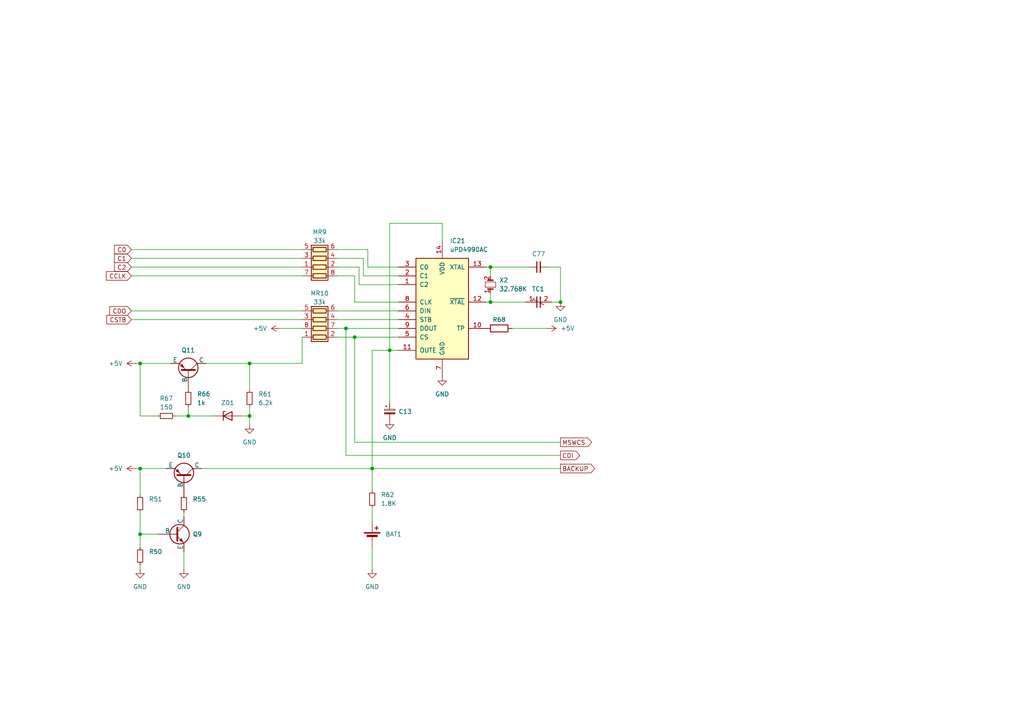
<source format=kicad_sch>
(kicad_sch (version 20230121) (generator eeschema)

  (uuid 02314a9a-03db-4d27-8666-104f4f6edd3b)

  (paper "A4")

  (lib_symbols
    (symbol "88va_Library:Q_NPN" (pin_numbers hide) (pin_names (offset 0)) (in_bom yes) (on_board yes)
      (property "Reference" "Q" (at 5.08 1.27 0)
        (effects (font (size 1.27 1.27)) (justify left))
      )
      (property "Value" "Q_NPN" (at 5.08 -1.27 0)
        (effects (font (size 1.27 1.27)) (justify left) hide)
      )
      (property "Footprint" "" (at 5.08 2.54 0)
        (effects (font (size 1.27 1.27)) hide)
      )
      (property "Datasheet" "~" (at 0 0 0)
        (effects (font (size 1.27 1.27)) hide)
      )
      (property "ki_keywords" "transistor NPN" (at 0 0 0)
        (effects (font (size 1.27 1.27)) hide)
      )
      (property "ki_description" "NPN transistor" (at 0 0 0)
        (effects (font (size 1.27 1.27)) hide)
      )
      (symbol "Q_NPN_0_1"
        (polyline
          (pts
            (xy 0.635 0.635)
            (xy 2.54 2.54)
          )
          (stroke (width 0) (type default))
          (fill (type none))
        )
        (polyline
          (pts
            (xy 0.635 -0.635)
            (xy 2.54 -2.54)
            (xy 2.54 -2.54)
          )
          (stroke (width 0) (type default))
          (fill (type none))
        )
        (polyline
          (pts
            (xy 0.635 1.905)
            (xy 0.635 -1.905)
            (xy 0.635 -1.905)
          )
          (stroke (width 0.508) (type default))
          (fill (type none))
        )
        (polyline
          (pts
            (xy 1.27 -1.778)
            (xy 1.778 -1.27)
            (xy 2.286 -2.286)
            (xy 1.27 -1.778)
            (xy 1.27 -1.778)
          )
          (stroke (width 0) (type default))
          (fill (type outline))
        )
        (circle (center 1.27 0) (radius 2.8194)
          (stroke (width 0.254) (type default))
          (fill (type none))
        )
      )
      (symbol "Q_NPN_1_1"
        (pin input line (at -5.08 0 0) (length 5.715)
          (name "B" (effects (font (size 1.27 1.27))))
          (number "1" (effects (font (size 1.27 1.27))))
        )
        (pin passive line (at 2.54 -5.08 90) (length 2.54)
          (name "E" (effects (font (size 1.27 1.27))))
          (number "2" (effects (font (size 1.27 1.27))))
        )
        (pin passive line (at 2.54 5.08 270) (length 2.54)
          (name "C" (effects (font (size 1.27 1.27))))
          (number "3" (effects (font (size 1.27 1.27))))
        )
      )
    )
    (symbol "88va_Library:Q_PNP" (pin_numbers hide) (pin_names (offset 0)) (in_bom yes) (on_board yes)
      (property "Reference" "Q" (at 5.08 1.27 0)
        (effects (font (size 1.27 1.27)) (justify left))
      )
      (property "Value" "Q_PNP" (at 5.08 -1.27 0)
        (effects (font (size 1.27 1.27)) (justify left) hide)
      )
      (property "Footprint" "" (at 5.08 2.54 0)
        (effects (font (size 1.27 1.27)) hide)
      )
      (property "Datasheet" "~" (at 0 0 0)
        (effects (font (size 1.27 1.27)) hide)
      )
      (property "ki_keywords" "transistor PNP" (at 0 0 0)
        (effects (font (size 1.27 1.27)) hide)
      )
      (property "ki_description" "PNP transistor" (at 0 0 0)
        (effects (font (size 1.27 1.27)) hide)
      )
      (symbol "Q_PNP_0_1"
        (polyline
          (pts
            (xy 0.635 0.635)
            (xy 2.54 2.54)
          )
          (stroke (width 0) (type default))
          (fill (type none))
        )
        (polyline
          (pts
            (xy 0.635 -0.635)
            (xy 2.54 -2.54)
            (xy 2.54 -2.54)
          )
          (stroke (width 0) (type default))
          (fill (type none))
        )
        (polyline
          (pts
            (xy 0.635 1.905)
            (xy 0.635 -1.905)
            (xy 0.635 -1.905)
          )
          (stroke (width 0.508) (type default))
          (fill (type none))
        )
        (polyline
          (pts
            (xy 2.286 -1.778)
            (xy 1.778 -2.286)
            (xy 1.27 -1.27)
            (xy 2.286 -1.778)
            (xy 2.286 -1.778)
          )
          (stroke (width 0) (type default))
          (fill (type outline))
        )
        (circle (center 1.27 0) (radius 2.8194)
          (stroke (width 0.254) (type default))
          (fill (type none))
        )
      )
      (symbol "Q_PNP_1_1"
        (pin input line (at -5.08 0 0) (length 5.715)
          (name "B" (effects (font (size 1.27 1.27))))
          (number "1" (effects (font (size 1.27 1.27))))
        )
        (pin passive line (at 2.54 -5.08 90) (length 2.54)
          (name "E" (effects (font (size 1.27 1.27))))
          (number "2" (effects (font (size 1.27 1.27))))
        )
        (pin passive line (at 2.54 5.08 270) (length 2.54)
          (name "C" (effects (font (size 1.27 1.27))))
          (number "3" (effects (font (size 1.27 1.27))))
        )
      )
    )
    (symbol "88va_Library:R_Pack04" (pin_names (offset 0.002) hide) (in_bom yes) (on_board yes)
      (property "Reference" "MR10" (at 0 8.89 0)
        (effects (font (size 1.27 1.27)))
      )
      (property "Value" "33k" (at 0 6.35 0)
        (effects (font (size 1.27 1.27)))
      )
      (property "Footprint" "Resistor_THT:R_Array_SIP8" (at -0.635 -7.62 0)
        (effects (font (size 1.27 1.27)) hide)
      )
      (property "Datasheet" "~" (at -0.635 -0.635 90)
        (effects (font (size 1.27 1.27)) hide)
      )
      (property "ki_keywords" "R network parallel topology isolated" (at 0 0 0)
        (effects (font (size 1.27 1.27)) hide)
      )
      (property "ki_description" "4 resistor network, parallel topology" (at 0 0 0)
        (effects (font (size 1.27 1.27)) hide)
      )
      (property "ki_fp_filters" "DIP* SOIC* R*Array*Concave* R*Array*Convex*" (at 0 0 0)
        (effects (font (size 1.27 1.27)) hide)
      )
      (symbol "R_Pack04_0_1"
        (rectangle (start -2.413 5.08) (end 2.413 -5.08)
          (stroke (width 0.254) (type default))
          (fill (type background))
        )
        (polyline
          (pts
            (xy -2.54 -3.81)
            (xy -1.905 -3.81)
          )
          (stroke (width 0) (type default))
          (fill (type none))
        )
        (polyline
          (pts
            (xy -2.54 -1.27)
            (xy -1.905 -1.27)
          )
          (stroke (width 0) (type default))
          (fill (type none))
        )
        (polyline
          (pts
            (xy -2.54 1.27)
            (xy -1.905 1.27)
          )
          (stroke (width 0) (type default))
          (fill (type none))
        )
        (polyline
          (pts
            (xy -2.54 3.81)
            (xy -1.905 3.81)
          )
          (stroke (width 0) (type default))
          (fill (type none))
        )
        (polyline
          (pts
            (xy 1.905 -3.81)
            (xy 2.54 -3.81)
          )
          (stroke (width 0) (type default))
          (fill (type none))
        )
        (polyline
          (pts
            (xy 1.905 -1.27)
            (xy 2.54 -1.27)
          )
          (stroke (width 0) (type default))
          (fill (type none))
        )
        (polyline
          (pts
            (xy 1.905 1.27)
            (xy 2.54 1.27)
          )
          (stroke (width 0) (type default))
          (fill (type none))
        )
        (polyline
          (pts
            (xy 1.905 3.81)
            (xy 2.54 3.81)
          )
          (stroke (width 0) (type default))
          (fill (type none))
        )
        (rectangle (start 1.905 -3.175) (end -1.905 -4.445)
          (stroke (width 0.254) (type default))
          (fill (type none))
        )
        (rectangle (start 1.905 -0.635) (end -1.905 -1.905)
          (stroke (width 0.254) (type default))
          (fill (type none))
        )
        (rectangle (start 1.905 1.905) (end -1.905 0.635)
          (stroke (width 0.254) (type default))
          (fill (type none))
        )
        (rectangle (start 1.905 4.445) (end -1.905 3.175)
          (stroke (width 0.254) (type default))
          (fill (type none))
        )
      )
      (symbol "R_Pack04_1_1"
        (pin passive line (at -5.08 -3.81 0) (length 2.54)
          (name "R4.1" (effects (font (size 1.27 1.27))))
          (number "1" (effects (font (size 1.27 1.27))))
        )
        (pin passive line (at 5.08 -3.81 180) (length 2.54)
          (name "R4.2" (effects (font (size 1.27 1.27))))
          (number "2" (effects (font (size 1.27 1.27))))
        )
        (pin passive line (at -5.08 1.27 0) (length 2.54)
          (name "R2.1" (effects (font (size 1.27 1.27))))
          (number "3" (effects (font (size 1.27 1.27))))
        )
        (pin passive line (at 5.08 1.27 180) (length 2.54)
          (name "R2.2" (effects (font (size 1.27 1.27))))
          (number "4" (effects (font (size 1.27 1.27))))
        )
        (pin passive line (at -5.08 3.81 0) (length 2.54)
          (name "R1.1" (effects (font (size 1.27 1.27))))
          (number "5" (effects (font (size 1.27 1.27))))
        )
        (pin passive line (at 5.08 3.81 180) (length 2.54)
          (name "R1.2" (effects (font (size 1.27 1.27))))
          (number "6" (effects (font (size 1.27 1.27))))
        )
        (pin passive line (at 5.08 -1.27 180) (length 2.54)
          (name "R3.2" (effects (font (size 1.27 1.27))))
          (number "7" (effects (font (size 1.27 1.27))))
        )
        (pin passive line (at -5.08 -1.27 0) (length 2.54)
          (name "R3.1" (effects (font (size 1.27 1.27))))
          (number "8" (effects (font (size 1.27 1.27))))
        )
      )
    )
    (symbol "88va_Library:uPD4990AC" (pin_names (offset 1.016)) (in_bom yes) (on_board yes)
      (property "Reference" "IC" (at -7.62 13.97 0)
        (effects (font (size 1.27 1.27)))
      )
      (property "Value" "uPD4990AC" (at -8.89 -19.05 0)
        (effects (font (size 1.27 1.27)))
      )
      (property "Footprint" "Package_DIP:DIP-14_W7.62mm" (at 0 0 0)
        (effects (font (size 1.27 1.27)) hide)
      )
      (property "Datasheet" "https://www.alldatasheet.com/datasheet-pdf/view/1696153/RENESAS/UPD4990AC.html" (at -1.27 -29.21 0)
        (effects (font (size 1.27 1.27)) hide)
      )
      (property "ki_description" "SERIAL  I/O  CALENDAR & CLOCK" (at 0 0 0)
        (effects (font (size 1.27 1.27)) hide)
      )
      (property "ki_fp_filters" "DIP?16*" (at 0 0 0)
        (effects (font (size 1.27 1.27)) hide)
      )
      (symbol "uPD4990AC_1_0"
        (pin input line (at -12.7 5.08 0) (length 5.08)
          (name "C2" (effects (font (size 1.27 1.27))))
          (number "1" (effects (font (size 1.27 1.27))))
        )
        (pin output line (at 12.7 -7.62 180) (length 5.08)
          (name "TP" (effects (font (size 1.27 1.27))))
          (number "10" (effects (font (size 1.27 1.27))))
        )
        (pin input line (at -12.7 -13.97 0) (length 5.08)
          (name "OUTE" (effects (font (size 1.27 1.27))))
          (number "11" (effects (font (size 1.27 1.27))))
        )
        (pin output line (at 12.7 0 180) (length 5.08)
          (name "~{XTAL}" (effects (font (size 1.27 1.27))))
          (number "12" (effects (font (size 1.27 1.27))))
        )
        (pin output line (at 12.7 10.16 180) (length 5.08)
          (name "XTAL" (effects (font (size 1.27 1.27))))
          (number "13" (effects (font (size 1.27 1.27))))
        )
        (pin power_in line (at 0 17.78 270) (length 5.08)
          (name "VDD" (effects (font (size 1.27 1.27))))
          (number "14" (effects (font (size 1.27 1.27))))
        )
        (pin input line (at -12.7 7.62 0) (length 5.08)
          (name "C1" (effects (font (size 1.27 1.27))))
          (number "2" (effects (font (size 1.27 1.27))))
        )
        (pin input line (at -12.7 10.16 0) (length 5.08)
          (name "C0" (effects (font (size 1.27 1.27))))
          (number "3" (effects (font (size 1.27 1.27))))
        )
        (pin input line (at -12.7 -5.08 0) (length 5.08)
          (name "STB" (effects (font (size 1.27 1.27))))
          (number "4" (effects (font (size 1.27 1.27))))
        )
        (pin input line (at -12.7 -10.16 0) (length 5.08)
          (name "CS" (effects (font (size 1.27 1.27))))
          (number "5" (effects (font (size 1.27 1.27))))
        )
        (pin input line (at -12.7 -2.54 0) (length 5.08)
          (name "DIN" (effects (font (size 1.27 1.27))))
          (number "6" (effects (font (size 1.27 1.27))))
        )
        (pin power_in line (at 0 -21.59 90) (length 5.08)
          (name "GND" (effects (font (size 1.27 1.27))))
          (number "7" (effects (font (size 1.27 1.27))))
        )
        (pin input line (at -12.7 0 0) (length 5.08)
          (name "CLK" (effects (font (size 1.27 1.27))))
          (number "8" (effects (font (size 1.27 1.27))))
        )
        (pin input line (at -12.7 -7.62 0) (length 5.08)
          (name "DOUT" (effects (font (size 1.27 1.27))))
          (number "9" (effects (font (size 1.27 1.27))))
        )
      )
      (symbol "uPD4990AC_1_1"
        (rectangle (start -7.62 12.7) (end 7.62 -16.51)
          (stroke (width 0.254) (type default))
          (fill (type background))
        )
      )
    )
    (symbol "Device:Battery_Cell" (pin_numbers hide) (pin_names (offset 0) hide) (in_bom yes) (on_board yes)
      (property "Reference" "BT" (at 2.54 2.54 0)
        (effects (font (size 1.27 1.27)) (justify left))
      )
      (property "Value" "Battery_Cell" (at 2.54 0 0)
        (effects (font (size 1.27 1.27)) (justify left))
      )
      (property "Footprint" "" (at 0 1.524 90)
        (effects (font (size 1.27 1.27)) hide)
      )
      (property "Datasheet" "~" (at 0 1.524 90)
        (effects (font (size 1.27 1.27)) hide)
      )
      (property "ki_keywords" "battery cell" (at 0 0 0)
        (effects (font (size 1.27 1.27)) hide)
      )
      (property "ki_description" "Single-cell battery" (at 0 0 0)
        (effects (font (size 1.27 1.27)) hide)
      )
      (symbol "Battery_Cell_0_1"
        (rectangle (start -2.286 1.778) (end 2.286 1.524)
          (stroke (width 0) (type default))
          (fill (type outline))
        )
        (rectangle (start -1.524 1.016) (end 1.524 0.508)
          (stroke (width 0) (type default))
          (fill (type outline))
        )
        (polyline
          (pts
            (xy 0 0.762)
            (xy 0 0)
          )
          (stroke (width 0) (type default))
          (fill (type none))
        )
        (polyline
          (pts
            (xy 0 1.778)
            (xy 0 2.54)
          )
          (stroke (width 0) (type default))
          (fill (type none))
        )
        (polyline
          (pts
            (xy 0.762 3.048)
            (xy 1.778 3.048)
          )
          (stroke (width 0.254) (type default))
          (fill (type none))
        )
        (polyline
          (pts
            (xy 1.27 3.556)
            (xy 1.27 2.54)
          )
          (stroke (width 0.254) (type default))
          (fill (type none))
        )
      )
      (symbol "Battery_Cell_1_1"
        (pin passive line (at 0 5.08 270) (length 2.54)
          (name "+" (effects (font (size 1.27 1.27))))
          (number "1" (effects (font (size 1.27 1.27))))
        )
        (pin passive line (at 0 -2.54 90) (length 2.54)
          (name "-" (effects (font (size 1.27 1.27))))
          (number "2" (effects (font (size 1.27 1.27))))
        )
      )
    )
    (symbol "Device:C_Polarized_Small" (pin_numbers hide) (pin_names (offset 0.254) hide) (in_bom yes) (on_board yes)
      (property "Reference" "C" (at 0.254 1.778 0)
        (effects (font (size 1.27 1.27)) (justify left))
      )
      (property "Value" "C_Polarized_Small" (at 0.254 -2.032 0)
        (effects (font (size 1.27 1.27)) (justify left))
      )
      (property "Footprint" "" (at 0 0 0)
        (effects (font (size 1.27 1.27)) hide)
      )
      (property "Datasheet" "~" (at 0 0 0)
        (effects (font (size 1.27 1.27)) hide)
      )
      (property "ki_keywords" "cap capacitor" (at 0 0 0)
        (effects (font (size 1.27 1.27)) hide)
      )
      (property "ki_description" "Polarized capacitor, small symbol" (at 0 0 0)
        (effects (font (size 1.27 1.27)) hide)
      )
      (property "ki_fp_filters" "CP_*" (at 0 0 0)
        (effects (font (size 1.27 1.27)) hide)
      )
      (symbol "C_Polarized_Small_0_1"
        (rectangle (start -1.524 -0.3048) (end 1.524 -0.6858)
          (stroke (width 0) (type default))
          (fill (type outline))
        )
        (rectangle (start -1.524 0.6858) (end 1.524 0.3048)
          (stroke (width 0) (type default))
          (fill (type none))
        )
        (polyline
          (pts
            (xy -1.27 1.524)
            (xy -0.762 1.524)
          )
          (stroke (width 0) (type default))
          (fill (type none))
        )
        (polyline
          (pts
            (xy -1.016 1.27)
            (xy -1.016 1.778)
          )
          (stroke (width 0) (type default))
          (fill (type none))
        )
      )
      (symbol "C_Polarized_Small_1_1"
        (pin passive line (at 0 2.54 270) (length 1.8542)
          (name "~" (effects (font (size 1.27 1.27))))
          (number "1" (effects (font (size 1.27 1.27))))
        )
        (pin passive line (at 0 -2.54 90) (length 1.8542)
          (name "~" (effects (font (size 1.27 1.27))))
          (number "2" (effects (font (size 1.27 1.27))))
        )
      )
    )
    (symbol "Device:C_Small" (pin_numbers hide) (pin_names (offset 0.254) hide) (in_bom yes) (on_board yes)
      (property "Reference" "C" (at 0.254 1.778 0)
        (effects (font (size 1.27 1.27)) (justify left))
      )
      (property "Value" "C_Small" (at 0.254 -2.032 0)
        (effects (font (size 1.27 1.27)) (justify left))
      )
      (property "Footprint" "" (at 0 0 0)
        (effects (font (size 1.27 1.27)) hide)
      )
      (property "Datasheet" "~" (at 0 0 0)
        (effects (font (size 1.27 1.27)) hide)
      )
      (property "ki_keywords" "capacitor cap" (at 0 0 0)
        (effects (font (size 1.27 1.27)) hide)
      )
      (property "ki_description" "Unpolarized capacitor, small symbol" (at 0 0 0)
        (effects (font (size 1.27 1.27)) hide)
      )
      (property "ki_fp_filters" "C_*" (at 0 0 0)
        (effects (font (size 1.27 1.27)) hide)
      )
      (symbol "C_Small_0_1"
        (polyline
          (pts
            (xy -1.524 -0.508)
            (xy 1.524 -0.508)
          )
          (stroke (width 0.3302) (type default))
          (fill (type none))
        )
        (polyline
          (pts
            (xy -1.524 0.508)
            (xy 1.524 0.508)
          )
          (stroke (width 0.3048) (type default))
          (fill (type none))
        )
      )
      (symbol "C_Small_1_1"
        (pin passive line (at 0 2.54 270) (length 2.032)
          (name "~" (effects (font (size 1.27 1.27))))
          (number "1" (effects (font (size 1.27 1.27))))
        )
        (pin passive line (at 0 -2.54 90) (length 2.032)
          (name "~" (effects (font (size 1.27 1.27))))
          (number "2" (effects (font (size 1.27 1.27))))
        )
      )
    )
    (symbol "Device:C_Trim_Small" (pin_names (offset 0.254) hide) (in_bom yes) (on_board yes)
      (property "Reference" "TC1" (at 3.81 0.127 90)
        (effects (font (size 1.27 1.27)))
      )
      (property "Value" "C_Trim_Small" (at 3.81 0.127 90)
        (effects (font (size 1.27 1.27)) hide)
      )
      (property "Footprint" "" (at 0 0 0)
        (effects (font (size 1.27 1.27)) hide)
      )
      (property "Datasheet" "~" (at 0 0 0)
        (effects (font (size 1.27 1.27)) hide)
      )
      (property "ki_keywords" "trimmer variable capacitor" (at 0 0 0)
        (effects (font (size 1.27 1.27)) hide)
      )
      (property "ki_description" "Trimmable capacitor, small symbol" (at 0 0 0)
        (effects (font (size 1.27 1.27)) hide)
      )
      (property "ki_fp_filters" "C_*" (at 0 0 0)
        (effects (font (size 1.27 1.27)) hide)
      )
      (symbol "C_Trim_Small_0_1"
        (polyline
          (pts
            (xy -1.524 -0.508)
            (xy 1.524 -0.508)
          )
          (stroke (width 0.3048) (type default))
          (fill (type none))
        )
        (polyline
          (pts
            (xy -1.524 0.508)
            (xy 1.524 0.508)
          )
          (stroke (width 0.3048) (type default))
          (fill (type none))
        )
        (polyline
          (pts
            (xy 0.762 1.524)
            (xy -0.762 -1.524)
          )
          (stroke (width 0.1778) (type default))
          (fill (type none))
        )
        (polyline
          (pts
            (xy 1.27 1.27)
            (xy 0.381 1.778)
          )
          (stroke (width 0.1778) (type default))
          (fill (type none))
        )
      )
      (symbol "C_Trim_Small_1_1"
        (pin passive line (at 0 3.81 270) (length 3.302)
          (name "~" (effects (font (size 1.27 1.27))))
          (number "1" (effects (font (size 1.27 1.27))))
        )
        (pin passive line (at 0 -3.81 90) (length 3.302)
          (name "~" (effects (font (size 1.27 1.27))))
          (number "2" (effects (font (size 1.27 1.27))))
        )
      )
    )
    (symbol "Device:Crystal_Small" (pin_names (offset 1.016) hide) (in_bom yes) (on_board yes)
      (property "Reference" "Y" (at 0 2.54 0)
        (effects (font (size 1.27 1.27)))
      )
      (property "Value" "Crystal_Small" (at 0 -2.54 0)
        (effects (font (size 1.27 1.27)))
      )
      (property "Footprint" "" (at 0 0 0)
        (effects (font (size 1.27 1.27)) hide)
      )
      (property "Datasheet" "~" (at 0 0 0)
        (effects (font (size 1.27 1.27)) hide)
      )
      (property "ki_keywords" "quartz ceramic resonator oscillator" (at 0 0 0)
        (effects (font (size 1.27 1.27)) hide)
      )
      (property "ki_description" "Two pin crystal, small symbol" (at 0 0 0)
        (effects (font (size 1.27 1.27)) hide)
      )
      (property "ki_fp_filters" "Crystal*" (at 0 0 0)
        (effects (font (size 1.27 1.27)) hide)
      )
      (symbol "Crystal_Small_0_1"
        (rectangle (start -0.762 -1.524) (end 0.762 1.524)
          (stroke (width 0) (type default))
          (fill (type none))
        )
        (polyline
          (pts
            (xy -1.27 -0.762)
            (xy -1.27 0.762)
          )
          (stroke (width 0.381) (type default))
          (fill (type none))
        )
        (polyline
          (pts
            (xy 1.27 -0.762)
            (xy 1.27 0.762)
          )
          (stroke (width 0.381) (type default))
          (fill (type none))
        )
      )
      (symbol "Crystal_Small_1_1"
        (pin passive line (at -2.54 0 0) (length 1.27)
          (name "1" (effects (font (size 1.27 1.27))))
          (number "1" (effects (font (size 1.27 1.27))))
        )
        (pin passive line (at 2.54 0 180) (length 1.27)
          (name "2" (effects (font (size 1.27 1.27))))
          (number "2" (effects (font (size 1.27 1.27))))
        )
      )
    )
    (symbol "Device:D_Zener" (pin_numbers hide) (pin_names (offset 1.016) hide) (in_bom yes) (on_board yes)
      (property "Reference" "D" (at 0 2.54 0)
        (effects (font (size 1.27 1.27)))
      )
      (property "Value" "D_Zener" (at 0 -2.54 0)
        (effects (font (size 1.27 1.27)))
      )
      (property "Footprint" "" (at 0 0 0)
        (effects (font (size 1.27 1.27)) hide)
      )
      (property "Datasheet" "~" (at 0 0 0)
        (effects (font (size 1.27 1.27)) hide)
      )
      (property "ki_keywords" "diode" (at 0 0 0)
        (effects (font (size 1.27 1.27)) hide)
      )
      (property "ki_description" "Zener diode" (at 0 0 0)
        (effects (font (size 1.27 1.27)) hide)
      )
      (property "ki_fp_filters" "TO-???* *_Diode_* *SingleDiode* D_*" (at 0 0 0)
        (effects (font (size 1.27 1.27)) hide)
      )
      (symbol "D_Zener_0_1"
        (polyline
          (pts
            (xy 1.27 0)
            (xy -1.27 0)
          )
          (stroke (width 0) (type default))
          (fill (type none))
        )
        (polyline
          (pts
            (xy -1.27 -1.27)
            (xy -1.27 1.27)
            (xy -0.762 1.27)
          )
          (stroke (width 0.254) (type default))
          (fill (type none))
        )
        (polyline
          (pts
            (xy 1.27 -1.27)
            (xy 1.27 1.27)
            (xy -1.27 0)
            (xy 1.27 -1.27)
          )
          (stroke (width 0.254) (type default))
          (fill (type none))
        )
      )
      (symbol "D_Zener_1_1"
        (pin passive line (at -3.81 0 0) (length 2.54)
          (name "K" (effects (font (size 1.27 1.27))))
          (number "1" (effects (font (size 1.27 1.27))))
        )
        (pin passive line (at 3.81 0 180) (length 2.54)
          (name "A" (effects (font (size 1.27 1.27))))
          (number "2" (effects (font (size 1.27 1.27))))
        )
      )
    )
    (symbol "Device:R" (pin_numbers hide) (pin_names (offset 0)) (in_bom yes) (on_board yes)
      (property "Reference" "R" (at 2.032 0 90)
        (effects (font (size 1.27 1.27)))
      )
      (property "Value" "R" (at 0 0 90)
        (effects (font (size 1.27 1.27)))
      )
      (property "Footprint" "" (at -1.778 0 90)
        (effects (font (size 1.27 1.27)) hide)
      )
      (property "Datasheet" "~" (at 0 0 0)
        (effects (font (size 1.27 1.27)) hide)
      )
      (property "ki_keywords" "R res resistor" (at 0 0 0)
        (effects (font (size 1.27 1.27)) hide)
      )
      (property "ki_description" "Resistor" (at 0 0 0)
        (effects (font (size 1.27 1.27)) hide)
      )
      (property "ki_fp_filters" "R_*" (at 0 0 0)
        (effects (font (size 1.27 1.27)) hide)
      )
      (symbol "R_0_1"
        (rectangle (start -1.016 -2.54) (end 1.016 2.54)
          (stroke (width 0.254) (type default))
          (fill (type none))
        )
      )
      (symbol "R_1_1"
        (pin passive line (at 0 3.81 270) (length 1.27)
          (name "~" (effects (font (size 1.27 1.27))))
          (number "1" (effects (font (size 1.27 1.27))))
        )
        (pin passive line (at 0 -3.81 90) (length 1.27)
          (name "~" (effects (font (size 1.27 1.27))))
          (number "2" (effects (font (size 1.27 1.27))))
        )
      )
    )
    (symbol "Device:R_Small" (pin_numbers hide) (pin_names (offset 0.254) hide) (in_bom yes) (on_board yes)
      (property "Reference" "R" (at 0.762 0.508 0)
        (effects (font (size 1.27 1.27)) (justify left))
      )
      (property "Value" "R_Small" (at 0.762 -1.016 0)
        (effects (font (size 1.27 1.27)) (justify left))
      )
      (property "Footprint" "" (at 0 0 0)
        (effects (font (size 1.27 1.27)) hide)
      )
      (property "Datasheet" "~" (at 0 0 0)
        (effects (font (size 1.27 1.27)) hide)
      )
      (property "ki_keywords" "R resistor" (at 0 0 0)
        (effects (font (size 1.27 1.27)) hide)
      )
      (property "ki_description" "Resistor, small symbol" (at 0 0 0)
        (effects (font (size 1.27 1.27)) hide)
      )
      (property "ki_fp_filters" "R_*" (at 0 0 0)
        (effects (font (size 1.27 1.27)) hide)
      )
      (symbol "R_Small_0_1"
        (rectangle (start -0.762 1.778) (end 0.762 -1.778)
          (stroke (width 0.2032) (type default))
          (fill (type none))
        )
      )
      (symbol "R_Small_1_1"
        (pin passive line (at 0 2.54 270) (length 0.762)
          (name "~" (effects (font (size 1.27 1.27))))
          (number "1" (effects (font (size 1.27 1.27))))
        )
        (pin passive line (at 0 -2.54 90) (length 0.762)
          (name "~" (effects (font (size 1.27 1.27))))
          (number "2" (effects (font (size 1.27 1.27))))
        )
      )
    )
    (symbol "R_Pack04_1" (pin_names (offset 0.002) hide) (in_bom yes) (on_board yes)
      (property "Reference" "MR1" (at 0 8.89 0)
        (effects (font (size 1.27 1.27)))
      )
      (property "Value" "33k" (at 0 6.35 0)
        (effects (font (size 1.27 1.27)))
      )
      (property "Footprint" "Resistor_THT:R_Array_SIP8" (at -0.635 -7.62 0)
        (effects (font (size 1.27 1.27)) hide)
      )
      (property "Datasheet" "~" (at -0.635 -0.635 90)
        (effects (font (size 1.27 1.27)) hide)
      )
      (property "ki_keywords" "R network parallel topology isolated" (at 0 0 0)
        (effects (font (size 1.27 1.27)) hide)
      )
      (property "ki_description" "4 resistor network, parallel topology" (at 0 0 0)
        (effects (font (size 1.27 1.27)) hide)
      )
      (property "ki_fp_filters" "DIP* SOIC* R*Array*Concave* R*Array*Convex*" (at 0 0 0)
        (effects (font (size 1.27 1.27)) hide)
      )
      (symbol "R_Pack04_1_0_1"
        (rectangle (start -2.413 5.08) (end 2.413 -5.08)
          (stroke (width 0.254) (type default))
          (fill (type background))
        )
        (polyline
          (pts
            (xy -2.54 -3.81)
            (xy -1.905 -3.81)
          )
          (stroke (width 0) (type default))
          (fill (type none))
        )
        (polyline
          (pts
            (xy -2.54 -1.27)
            (xy -1.905 -1.27)
          )
          (stroke (width 0) (type default))
          (fill (type none))
        )
        (polyline
          (pts
            (xy -2.54 1.27)
            (xy -1.905 1.27)
          )
          (stroke (width 0) (type default))
          (fill (type none))
        )
        (polyline
          (pts
            (xy -2.54 3.81)
            (xy -1.905 3.81)
          )
          (stroke (width 0) (type default))
          (fill (type none))
        )
        (polyline
          (pts
            (xy 1.905 -3.81)
            (xy 2.54 -3.81)
          )
          (stroke (width 0) (type default))
          (fill (type none))
        )
        (polyline
          (pts
            (xy 1.905 -1.27)
            (xy 2.54 -1.27)
          )
          (stroke (width 0) (type default))
          (fill (type none))
        )
        (polyline
          (pts
            (xy 1.905 1.27)
            (xy 2.54 1.27)
          )
          (stroke (width 0) (type default))
          (fill (type none))
        )
        (polyline
          (pts
            (xy 1.905 3.81)
            (xy 2.54 3.81)
          )
          (stroke (width 0) (type default))
          (fill (type none))
        )
        (rectangle (start 1.905 -3.175) (end -1.905 -4.445)
          (stroke (width 0.254) (type default))
          (fill (type none))
        )
        (rectangle (start 1.905 -0.635) (end -1.905 -1.905)
          (stroke (width 0.254) (type default))
          (fill (type none))
        )
        (rectangle (start 1.905 1.905) (end -1.905 0.635)
          (stroke (width 0.254) (type default))
          (fill (type none))
        )
        (rectangle (start 1.905 4.445) (end -1.905 3.175)
          (stroke (width 0.254) (type default))
          (fill (type none))
        )
      )
      (symbol "R_Pack04_1_1_1"
        (pin passive line (at -5.08 -1.27 0) (length 2.54)
          (name "R3.1" (effects (font (size 1.27 1.27))))
          (number "1" (effects (font (size 1.27 1.27))))
        )
        (pin passive line (at 5.08 -1.27 180) (length 2.54)
          (name "R3.2" (effects (font (size 1.27 1.27))))
          (number "2" (effects (font (size 1.27 1.27))))
        )
        (pin passive line (at -5.08 1.27 0) (length 2.54)
          (name "R2.1" (effects (font (size 1.27 1.27))))
          (number "3" (effects (font (size 1.27 1.27))))
        )
        (pin passive line (at 5.08 1.27 180) (length 2.54)
          (name "R2.2" (effects (font (size 1.27 1.27))))
          (number "4" (effects (font (size 1.27 1.27))))
        )
        (pin passive line (at -5.08 3.81 0) (length 2.54)
          (name "R1.1" (effects (font (size 1.27 1.27))))
          (number "5" (effects (font (size 1.27 1.27))))
        )
        (pin passive line (at 5.08 3.81 180) (length 2.54)
          (name "R1.2" (effects (font (size 1.27 1.27))))
          (number "6" (effects (font (size 1.27 1.27))))
        )
        (pin passive line (at -5.08 -3.81 0) (length 2.54)
          (name "R4.1" (effects (font (size 1.27 1.27))))
          (number "7" (effects (font (size 1.27 1.27))))
        )
        (pin passive line (at 5.08 -3.81 180) (length 2.54)
          (name "R4.2" (effects (font (size 1.27 1.27))))
          (number "8" (effects (font (size 1.27 1.27))))
        )
      )
    )
    (symbol "power:+5V" (power) (pin_names (offset 0)) (in_bom yes) (on_board yes)
      (property "Reference" "#PWR" (at 0 -3.81 0)
        (effects (font (size 1.27 1.27)) hide)
      )
      (property "Value" "+5V" (at 0 3.556 0)
        (effects (font (size 1.27 1.27)))
      )
      (property "Footprint" "" (at 0 0 0)
        (effects (font (size 1.27 1.27)) hide)
      )
      (property "Datasheet" "" (at 0 0 0)
        (effects (font (size 1.27 1.27)) hide)
      )
      (property "ki_keywords" "global power" (at 0 0 0)
        (effects (font (size 1.27 1.27)) hide)
      )
      (property "ki_description" "Power symbol creates a global label with name \"+5V\"" (at 0 0 0)
        (effects (font (size 1.27 1.27)) hide)
      )
      (symbol "+5V_0_1"
        (polyline
          (pts
            (xy -0.762 1.27)
            (xy 0 2.54)
          )
          (stroke (width 0) (type default))
          (fill (type none))
        )
        (polyline
          (pts
            (xy 0 0)
            (xy 0 2.54)
          )
          (stroke (width 0) (type default))
          (fill (type none))
        )
        (polyline
          (pts
            (xy 0 2.54)
            (xy 0.762 1.27)
          )
          (stroke (width 0) (type default))
          (fill (type none))
        )
      )
      (symbol "+5V_1_1"
        (pin power_in line (at 0 0 90) (length 0) hide
          (name "+5V" (effects (font (size 1.27 1.27))))
          (number "1" (effects (font (size 1.27 1.27))))
        )
      )
    )
    (symbol "power:GND" (power) (pin_names (offset 0)) (in_bom yes) (on_board yes)
      (property "Reference" "#PWR" (at 0 -6.35 0)
        (effects (font (size 1.27 1.27)) hide)
      )
      (property "Value" "GND" (at 0 -3.81 0)
        (effects (font (size 1.27 1.27)))
      )
      (property "Footprint" "" (at 0 0 0)
        (effects (font (size 1.27 1.27)) hide)
      )
      (property "Datasheet" "" (at 0 0 0)
        (effects (font (size 1.27 1.27)) hide)
      )
      (property "ki_keywords" "global power" (at 0 0 0)
        (effects (font (size 1.27 1.27)) hide)
      )
      (property "ki_description" "Power symbol creates a global label with name \"GND\" , ground" (at 0 0 0)
        (effects (font (size 1.27 1.27)) hide)
      )
      (symbol "GND_0_1"
        (polyline
          (pts
            (xy 0 0)
            (xy 0 -1.27)
            (xy 1.27 -1.27)
            (xy 0 -2.54)
            (xy -1.27 -1.27)
            (xy 0 -1.27)
          )
          (stroke (width 0) (type default))
          (fill (type none))
        )
      )
      (symbol "GND_1_1"
        (pin power_in line (at 0 0 270) (length 0) hide
          (name "GND" (effects (font (size 1.27 1.27))))
          (number "1" (effects (font (size 1.27 1.27))))
        )
      )
    )
  )

  (junction (at 72.39 120.65) (diameter 0) (color 0 0 0 0)
    (uuid 083c80cb-d0fa-4321-818b-121b2bc767c7)
  )
  (junction (at 162.56 87.63) (diameter 0) (color 0 0 0 0)
    (uuid 1336879a-83d1-4a27-9ead-ebab7ab69985)
  )
  (junction (at 113.03 101.6) (diameter 0) (color 0 0 0 0)
    (uuid 2433ede2-577c-4e10-b91a-46937ffa8e1b)
  )
  (junction (at 142.24 87.63) (diameter 0) (color 0 0 0 0)
    (uuid 43804fbd-24d0-4f95-8653-284c9360821f)
  )
  (junction (at 102.87 97.79) (diameter 0) (color 0 0 0 0)
    (uuid 48b74080-68e3-4d8b-abdc-4849b187f11c)
  )
  (junction (at 72.39 105.41) (diameter 0) (color 0 0 0 0)
    (uuid 567ab8a7-f7e2-4316-954d-85a112e82be1)
  )
  (junction (at 40.64 135.89) (diameter 0) (color 0 0 0 0)
    (uuid 68c3b3be-38a2-4ed5-ab26-4f68ac4d847b)
  )
  (junction (at 142.24 77.47) (diameter 0) (color 0 0 0 0)
    (uuid 69db57b5-4c09-4fe7-ad9f-b682b5f84e3d)
  )
  (junction (at 100.33 95.25) (diameter 0) (color 0 0 0 0)
    (uuid 9340c1db-73c4-4098-be7a-7f9e971739ae)
  )
  (junction (at 40.64 154.94) (diameter 0) (color 0 0 0 0)
    (uuid a5a06969-289c-40c4-a19b-84122626e9a9)
  )
  (junction (at 54.61 120.65) (diameter 0) (color 0 0 0 0)
    (uuid c6c3e34b-0bca-4aea-9d1a-9bb17d3d80d5)
  )
  (junction (at 107.95 135.89) (diameter 0) (color 0 0 0 0)
    (uuid c76e1428-d553-4f12-bca4-64ec9d451218)
  )
  (junction (at 40.64 105.41) (diameter 0) (color 0 0 0 0)
    (uuid f170957f-d483-4a5c-bb28-cbbad89823f1)
  )

  (wire (pts (xy 107.95 101.6) (xy 113.03 101.6))
    (stroke (width 0) (type default))
    (uuid 0600fad1-d284-4b85-9247-06f886c35cdb)
  )
  (wire (pts (xy 97.79 74.93) (xy 105.41 74.93))
    (stroke (width 0) (type default))
    (uuid 0792695e-a700-449d-8d13-3504c4ad6b34)
  )
  (wire (pts (xy 142.24 87.63) (xy 152.4 87.63))
    (stroke (width 0) (type default))
    (uuid 0e4eea73-de0e-42ca-9563-41a81009ffcd)
  )
  (wire (pts (xy 102.87 128.27) (xy 162.56 128.27))
    (stroke (width 0) (type default))
    (uuid 0f779eeb-0dce-441f-a20f-230c2efc025d)
  )
  (wire (pts (xy 54.61 120.65) (xy 62.23 120.65))
    (stroke (width 0) (type default))
    (uuid 1aa93492-6322-4c77-bc49-c6b5eafd7bb0)
  )
  (wire (pts (xy 140.97 87.63) (xy 142.24 87.63))
    (stroke (width 0) (type default))
    (uuid 21804c92-2c26-48fe-8946-92f0cc781709)
  )
  (wire (pts (xy 40.64 105.41) (xy 49.53 105.41))
    (stroke (width 0) (type default))
    (uuid 21d5739a-9ca7-4e98-ae66-0e636978759c)
  )
  (wire (pts (xy 113.03 64.77) (xy 113.03 101.6))
    (stroke (width 0) (type default))
    (uuid 230ecc8e-30cb-45c8-a00c-1bab9e83bac2)
  )
  (wire (pts (xy 105.41 80.01) (xy 115.57 80.01))
    (stroke (width 0) (type default))
    (uuid 23dddcdc-d817-45a2-9b9e-53e4f79ac3b9)
  )
  (wire (pts (xy 87.63 95.25) (xy 81.28 95.25))
    (stroke (width 0) (type default))
    (uuid 2764c572-0a95-4ae2-ae42-b4e338fe67cd)
  )
  (wire (pts (xy 72.39 105.41) (xy 72.39 113.03))
    (stroke (width 0) (type default))
    (uuid 29e72038-42d9-492d-a426-6f69bba64524)
  )
  (wire (pts (xy 162.56 132.08) (xy 100.33 132.08))
    (stroke (width 0) (type default))
    (uuid 2a5a87db-5486-4862-849f-6de24f99dcd2)
  )
  (wire (pts (xy 54.61 118.11) (xy 54.61 120.65))
    (stroke (width 0) (type default))
    (uuid 2f6af8c7-6f42-4974-b87e-23985e4ac895)
  )
  (wire (pts (xy 105.41 74.93) (xy 105.41 80.01))
    (stroke (width 0) (type default))
    (uuid 338eb164-4fb9-48f4-a6ba-202c855b4e56)
  )
  (wire (pts (xy 97.79 97.79) (xy 102.87 97.79))
    (stroke (width 0) (type default))
    (uuid 365c6965-9ef7-4254-af40-fc83151001dc)
  )
  (wire (pts (xy 102.87 87.63) (xy 115.57 87.63))
    (stroke (width 0) (type default))
    (uuid 409f7cea-83a0-414a-920c-bc6522694bfb)
  )
  (wire (pts (xy 140.97 77.47) (xy 142.24 77.47))
    (stroke (width 0) (type default))
    (uuid 415fd7da-ab3f-4ff5-98d8-25899f95e576)
  )
  (wire (pts (xy 128.27 64.77) (xy 113.03 64.77))
    (stroke (width 0) (type default))
    (uuid 42445817-09cc-4210-ad60-3c868a10c82e)
  )
  (wire (pts (xy 142.24 85.09) (xy 142.24 87.63))
    (stroke (width 0) (type default))
    (uuid 4a61db87-d330-4d81-bdae-219a4bad946b)
  )
  (wire (pts (xy 40.64 148.59) (xy 40.64 154.94))
    (stroke (width 0) (type default))
    (uuid 4b171510-fcad-4b57-b85a-53f4f6abcc3e)
  )
  (wire (pts (xy 104.14 77.47) (xy 104.14 82.55))
    (stroke (width 0) (type default))
    (uuid 4c9c448f-54e1-43bb-be0c-bef364b5c06f)
  )
  (wire (pts (xy 113.03 101.6) (xy 115.57 101.6))
    (stroke (width 0) (type default))
    (uuid 51c4af15-0b93-4acb-9f75-ba673c97db4b)
  )
  (wire (pts (xy 72.39 120.65) (xy 72.39 118.11))
    (stroke (width 0) (type default))
    (uuid 52265d0f-1a9b-45be-ab38-a5009c3082b2)
  )
  (wire (pts (xy 72.39 105.41) (xy 87.63 105.41))
    (stroke (width 0) (type default))
    (uuid 58109223-6305-448d-8658-94ea4f6c0667)
  )
  (wire (pts (xy 160.02 87.63) (xy 162.56 87.63))
    (stroke (width 0) (type default))
    (uuid 5833a048-fa17-4d4f-8b00-d63173d495cf)
  )
  (wire (pts (xy 39.37 105.41) (xy 40.64 105.41))
    (stroke (width 0) (type default))
    (uuid 5b838acf-29aa-470c-ae4d-deb5f635db2b)
  )
  (wire (pts (xy 128.27 64.77) (xy 128.27 69.85))
    (stroke (width 0) (type default))
    (uuid 671ce04d-71a1-46f6-908d-286d39926d9a)
  )
  (wire (pts (xy 107.95 135.89) (xy 162.56 135.89))
    (stroke (width 0) (type default))
    (uuid 74e0603c-58ff-403e-8fc6-6851ef2de826)
  )
  (wire (pts (xy 72.39 123.19) (xy 72.39 120.65))
    (stroke (width 0) (type default))
    (uuid 753861f0-b01e-4658-b018-7342ab0ab123)
  )
  (wire (pts (xy 102.87 80.01) (xy 102.87 87.63))
    (stroke (width 0) (type default))
    (uuid 79c4e849-d250-4cf3-9dc7-1d14b8279eda)
  )
  (wire (pts (xy 142.24 77.47) (xy 142.24 80.01))
    (stroke (width 0) (type default))
    (uuid 7a4c8211-64c0-4506-88ec-4853dca02dfe)
  )
  (wire (pts (xy 39.37 135.89) (xy 40.64 135.89))
    (stroke (width 0) (type default))
    (uuid 7b57215b-0a42-44ef-a24a-03b01ef8791a)
  )
  (wire (pts (xy 104.14 82.55) (xy 115.57 82.55))
    (stroke (width 0) (type default))
    (uuid 7bc61840-97bc-44eb-8bdd-c368472d8efc)
  )
  (wire (pts (xy 38.1 92.71) (xy 87.63 92.71))
    (stroke (width 0) (type default))
    (uuid 7d5f0e69-814e-421e-8030-7b4b6eba7ecd)
  )
  (wire (pts (xy 38.1 72.39) (xy 87.63 72.39))
    (stroke (width 0) (type default))
    (uuid 80b19406-f363-4dcf-99bd-4fce4a9c7abb)
  )
  (wire (pts (xy 38.1 74.93) (xy 87.63 74.93))
    (stroke (width 0) (type default))
    (uuid 8e7da9d3-25e1-496f-a023-c8912daf4a19)
  )
  (wire (pts (xy 40.64 163.83) (xy 40.64 165.1))
    (stroke (width 0) (type default))
    (uuid 8fd72f9d-a6ec-4001-aad1-755711901909)
  )
  (wire (pts (xy 50.8 120.65) (xy 54.61 120.65))
    (stroke (width 0) (type default))
    (uuid 95ef5dee-c21c-4edc-b5ab-baedd895fc15)
  )
  (wire (pts (xy 58.42 135.89) (xy 107.95 135.89))
    (stroke (width 0) (type default))
    (uuid 97389d05-4365-4952-a04e-ddbd5a0e902a)
  )
  (wire (pts (xy 40.64 105.41) (xy 40.64 120.65))
    (stroke (width 0) (type default))
    (uuid 98e0b00f-3c6e-458d-a1a4-2327b957eaa6)
  )
  (wire (pts (xy 158.75 95.25) (xy 148.59 95.25))
    (stroke (width 0) (type default))
    (uuid 999b76b3-15d4-4c8e-a7cd-3a96dda945ef)
  )
  (wire (pts (xy 38.1 90.17) (xy 87.63 90.17))
    (stroke (width 0) (type default))
    (uuid 9da3d51b-7580-4114-8ced-1b390cb96ee6)
  )
  (wire (pts (xy 142.24 77.47) (xy 153.67 77.47))
    (stroke (width 0) (type default))
    (uuid 9f3e428d-7c2e-4837-bbc3-7806a3e4033e)
  )
  (wire (pts (xy 87.63 105.41) (xy 87.63 97.79))
    (stroke (width 0) (type default))
    (uuid a11fa693-f195-4192-9a70-bdafafff3175)
  )
  (wire (pts (xy 38.1 77.47) (xy 87.63 77.47))
    (stroke (width 0) (type default))
    (uuid a1d28079-740b-4da4-81c4-5ea7cd8f9c00)
  )
  (wire (pts (xy 53.34 160.02) (xy 53.34 165.1))
    (stroke (width 0) (type default))
    (uuid a8dd5449-4e24-4444-a800-af5eb52493f9)
  )
  (wire (pts (xy 97.79 77.47) (xy 104.14 77.47))
    (stroke (width 0) (type default))
    (uuid abf75aa5-0cde-49ac-8fac-7cfd5db7cbec)
  )
  (wire (pts (xy 97.79 72.39) (xy 106.68 72.39))
    (stroke (width 0) (type default))
    (uuid b62f9619-84fe-4843-b3bb-348c7bd535e5)
  )
  (wire (pts (xy 113.03 101.6) (xy 113.03 116.84))
    (stroke (width 0) (type default))
    (uuid bae5a194-b3eb-4752-912c-2e5a4946e607)
  )
  (wire (pts (xy 100.33 95.25) (xy 100.33 132.08))
    (stroke (width 0) (type default))
    (uuid bfd1da9c-64de-4b51-83c2-b2d65ca42144)
  )
  (wire (pts (xy 97.79 92.71) (xy 115.57 92.71))
    (stroke (width 0) (type default))
    (uuid c80dace5-94f1-4b5b-a5ff-cf006e652c45)
  )
  (wire (pts (xy 97.79 80.01) (xy 102.87 80.01))
    (stroke (width 0) (type default))
    (uuid cb98dc46-490d-4543-ac07-d7aa18a1502e)
  )
  (wire (pts (xy 69.85 120.65) (xy 72.39 120.65))
    (stroke (width 0) (type default))
    (uuid ccce3246-ae56-4871-8b30-2e50351c7205)
  )
  (wire (pts (xy 115.57 97.79) (xy 102.87 97.79))
    (stroke (width 0) (type default))
    (uuid cf662887-29f4-42b4-8dc4-c791a0e2aaf7)
  )
  (wire (pts (xy 107.95 142.24) (xy 107.95 135.89))
    (stroke (width 0) (type default))
    (uuid d6b79133-669e-4926-98e9-c008f3111850)
  )
  (wire (pts (xy 158.75 77.47) (xy 162.56 77.47))
    (stroke (width 0) (type default))
    (uuid d6f8d43b-dca9-4477-9719-3bd89a1acea5)
  )
  (wire (pts (xy 97.79 90.17) (xy 115.57 90.17))
    (stroke (width 0) (type default))
    (uuid db199c1b-4816-4e5d-82c1-5ae47ba24fd7)
  )
  (wire (pts (xy 107.95 165.1) (xy 107.95 158.75))
    (stroke (width 0) (type default))
    (uuid ddf5bc03-bb83-4642-bdce-44c272e5f76c)
  )
  (wire (pts (xy 38.1 80.01) (xy 87.63 80.01))
    (stroke (width 0) (type default))
    (uuid deddd5a8-a93d-4b06-81f0-3dc2761a6fd1)
  )
  (wire (pts (xy 107.95 101.6) (xy 107.95 135.89))
    (stroke (width 0) (type default))
    (uuid e09c8654-3a78-4f1d-94b4-8d3a92944419)
  )
  (wire (pts (xy 106.68 72.39) (xy 106.68 77.47))
    (stroke (width 0) (type default))
    (uuid e4337e40-7178-4fcd-b3f0-c3469179b570)
  )
  (wire (pts (xy 40.64 135.89) (xy 40.64 143.51))
    (stroke (width 0) (type default))
    (uuid e93a944b-08fb-48ba-8d97-0a6cccea445d)
  )
  (wire (pts (xy 59.69 105.41) (xy 72.39 105.41))
    (stroke (width 0) (type default))
    (uuid e95a2441-efcc-4201-baa6-c2c734749f4a)
  )
  (wire (pts (xy 53.34 148.59) (xy 53.34 149.86))
    (stroke (width 0) (type default))
    (uuid ea2e3b9d-8bc8-4852-a1c7-133ecc593ccb)
  )
  (wire (pts (xy 97.79 95.25) (xy 100.33 95.25))
    (stroke (width 0) (type default))
    (uuid eb340320-2bb9-44bb-82bd-268048b5b423)
  )
  (wire (pts (xy 40.64 154.94) (xy 45.72 154.94))
    (stroke (width 0) (type default))
    (uuid ec5e9b05-72d0-46e6-978d-bd117ea90413)
  )
  (wire (pts (xy 106.68 77.47) (xy 115.57 77.47))
    (stroke (width 0) (type default))
    (uuid ec5f7ee6-3c60-496c-b7db-87629964f573)
  )
  (wire (pts (xy 40.64 120.65) (xy 45.72 120.65))
    (stroke (width 0) (type default))
    (uuid ecfafbc6-d978-4e56-bde7-38ded332e8d5)
  )
  (wire (pts (xy 162.56 77.47) (xy 162.56 87.63))
    (stroke (width 0) (type default))
    (uuid f13f70d4-0784-4d05-8ba1-e1033103f81f)
  )
  (wire (pts (xy 107.95 147.32) (xy 107.95 151.13))
    (stroke (width 0) (type default))
    (uuid f2682896-3d13-475f-8861-505e6a389886)
  )
  (wire (pts (xy 102.87 97.79) (xy 102.87 128.27))
    (stroke (width 0) (type default))
    (uuid f2e49a20-2a1e-4e99-a3f2-6b834296baea)
  )
  (wire (pts (xy 40.64 135.89) (xy 48.26 135.89))
    (stroke (width 0) (type default))
    (uuid f9f920ab-a2b3-40e1-aa58-6a7dccf1a222)
  )
  (wire (pts (xy 40.64 154.94) (xy 40.64 158.75))
    (stroke (width 0) (type default))
    (uuid fc7cfbcc-05fa-46eb-b0ba-874da2458dab)
  )
  (wire (pts (xy 100.33 95.25) (xy 115.57 95.25))
    (stroke (width 0) (type default))
    (uuid ff24e468-7ce1-4248-8c89-cd48e1822191)
  )

  (global_label "MSWCS" (shape output) (at 162.56 128.27 0) (fields_autoplaced)
    (effects (font (size 1.27 1.27)) (justify left))
    (uuid 12b02c6c-6c50-44da-87bc-a8b964c12042)
    (property "Intersheetrefs" "${INTERSHEET_REFS}" (at 172.137 128.27 0)
      (effects (font (size 1.27 1.27)) (justify left) hide)
    )
  )
  (global_label "C2" (shape input) (at 38.1 77.47 180) (fields_autoplaced)
    (effects (font (size 1.27 1.27)) (justify right))
    (uuid 14206a5c-7eee-45c6-964e-8b0a1050fa49)
    (property "Intersheetrefs" "${INTERSHEET_REFS}" (at 32.6353 77.47 0)
      (effects (font (size 1.27 1.27)) (justify right) hide)
    )
  )
  (global_label "CSTB" (shape input) (at 38.1 92.71 180) (fields_autoplaced)
    (effects (font (size 1.27 1.27)) (justify right))
    (uuid 1b18c1d9-ec1b-4cb4-b0d9-44f12cdb6c72)
    (property "Intersheetrefs" "${INTERSHEET_REFS}" (at 30.3977 92.71 0)
      (effects (font (size 1.27 1.27)) (justify right) hide)
    )
  )
  (global_label "CDO" (shape input) (at 38.1 90.17 180) (fields_autoplaced)
    (effects (font (size 1.27 1.27)) (justify right))
    (uuid 1b5b5df9-8a01-41b4-bfba-166535ae09ca)
    (property "Intersheetrefs" "${INTERSHEET_REFS}" (at 31.2443 90.17 0)
      (effects (font (size 1.27 1.27)) (justify right) hide)
    )
  )
  (global_label "C1" (shape input) (at 38.1 74.93 180) (fields_autoplaced)
    (effects (font (size 1.27 1.27)) (justify right))
    (uuid 352d511c-75b9-4c5c-8b2d-04152087c2b8)
    (property "Intersheetrefs" "${INTERSHEET_REFS}" (at 32.6353 74.93 0)
      (effects (font (size 1.27 1.27)) (justify right) hide)
    )
  )
  (global_label "CCLK" (shape input) (at 38.1 80.01 180) (fields_autoplaced)
    (effects (font (size 1.27 1.27)) (justify right))
    (uuid 5661483b-0ffe-4842-a0b2-ffec137009bb)
    (property "Intersheetrefs" "${INTERSHEET_REFS}" (at 30.2767 80.01 0)
      (effects (font (size 1.27 1.27)) (justify right) hide)
    )
  )
  (global_label "C0" (shape input) (at 38.1 72.39 180) (fields_autoplaced)
    (effects (font (size 1.27 1.27)) (justify right))
    (uuid a2392562-707c-437f-97ac-8b06bbcb7595)
    (property "Intersheetrefs" "${INTERSHEET_REFS}" (at 32.6353 72.39 0)
      (effects (font (size 1.27 1.27)) (justify right) hide)
    )
  )
  (global_label "CDI" (shape output) (at 162.56 132.08 0) (fields_autoplaced)
    (effects (font (size 1.27 1.27)) (justify left))
    (uuid b2fd4c20-80a7-4f3c-96cb-9dc11dcb691b)
    (property "Intersheetrefs" "${INTERSHEET_REFS}" (at 168.69 132.08 0)
      (effects (font (size 1.27 1.27)) (justify left) hide)
    )
  )
  (global_label "BACKUP" (shape output) (at 162.56 135.89 0) (fields_autoplaced)
    (effects (font (size 1.27 1.27)) (justify left))
    (uuid b4243ae7-ea84-494c-a2ea-e5b2c75d25d2)
    (property "Intersheetrefs" "${INTERSHEET_REFS}" (at 173.0443 135.89 0)
      (effects (font (size 1.27 1.27)) (justify left) hide)
    )
  )

  (symbol (lib_id "Device:R_Small") (at 54.61 115.57 180) (unit 1)
    (in_bom yes) (on_board yes) (dnp no) (fields_autoplaced)
    (uuid 1363571c-0fe2-4486-b078-ea1c6dde84b7)
    (property "Reference" "R66" (at 57.15 114.3 0)
      (effects (font (size 1.27 1.27)) (justify right))
    )
    (property "Value" "1k" (at 57.15 116.84 0)
      (effects (font (size 1.27 1.27)) (justify right))
    )
    (property "Footprint" "" (at 54.61 115.57 0)
      (effects (font (size 1.27 1.27)) hide)
    )
    (property "Datasheet" "~" (at 54.61 115.57 0)
      (effects (font (size 1.27 1.27)) hide)
    )
    (pin "2" (uuid 14905adf-32e0-4d37-9547-d7b47c3dfe23))
    (pin "1" (uuid 722e352c-5314-489c-96b3-f6cf0151120d))
    (instances
      (project "PWD665"
        (path "/8cd193ae-a369-4130-9ba4-f2075fa60e2b/d1ce4ab1-dfff-4863-9bdb-fbcf1ed2ff6f"
          (reference "R66") (unit 1)
        )
      )
    )
  )

  (symbol (lib_id "Device:R_Small") (at 53.34 146.05 180) (unit 1)
    (in_bom yes) (on_board yes) (dnp no) (fields_autoplaced)
    (uuid 15cdbb4c-755b-4526-92ea-cb950ab9144c)
    (property "Reference" "R55" (at 55.88 144.78 0)
      (effects (font (size 1.27 1.27)) (justify right))
    )
    (property "Value" "?" (at 55.88 147.32 0)
      (effects (font (size 1.27 1.27)) (justify right) hide)
    )
    (property "Footprint" "" (at 53.34 146.05 0)
      (effects (font (size 1.27 1.27)) hide)
    )
    (property "Datasheet" "~" (at 53.34 146.05 0)
      (effects (font (size 1.27 1.27)) hide)
    )
    (pin "2" (uuid acc8cce5-3f1c-48dd-8915-e30710957725))
    (pin "1" (uuid fcdfe20a-4dc3-4286-bb40-9bbc50564fec))
    (instances
      (project "PWD665"
        (path "/8cd193ae-a369-4130-9ba4-f2075fa60e2b/d1ce4ab1-dfff-4863-9bdb-fbcf1ed2ff6f"
          (reference "R55") (unit 1)
        )
      )
    )
  )

  (symbol (lib_id "Device:C_Trim_Small") (at 156.21 87.63 90) (unit 1)
    (in_bom yes) (on_board yes) (dnp no) (fields_autoplaced)
    (uuid 25cb2b6d-8651-41a7-a802-8b4ef97bd0a1)
    (property "Reference" "TC1" (at 156.083 83.82 90)
      (effects (font (size 1.27 1.27)))
    )
    (property "Value" "C_Trim_Small" (at 156.083 83.82 90)
      (effects (font (size 1.27 1.27)) hide)
    )
    (property "Footprint" "" (at 156.21 87.63 0)
      (effects (font (size 1.27 1.27)) hide)
    )
    (property "Datasheet" "~" (at 156.21 87.63 0)
      (effects (font (size 1.27 1.27)) hide)
    )
    (pin "2" (uuid 57768b2a-2bed-4adc-8e8d-84dd6855309c))
    (pin "1" (uuid 9c4b504c-0524-4151-84bd-309e65a0b104))
    (instances
      (project "PWD665"
        (path "/8cd193ae-a369-4130-9ba4-f2075fa60e2b/d1ce4ab1-dfff-4863-9bdb-fbcf1ed2ff6f"
          (reference "TC1") (unit 1)
        )
      )
    )
  )

  (symbol (lib_id "Device:R") (at 144.78 95.25 90) (unit 1)
    (in_bom yes) (on_board yes) (dnp no)
    (uuid 28708963-25f6-4e3a-9c6d-42ee938dc6bc)
    (property "Reference" "R68" (at 144.78 92.71 90)
      (effects (font (size 1.27 1.27)))
    )
    (property "Value" "R" (at 144.78 91.44 90)
      (effects (font (size 1.27 1.27)) hide)
    )
    (property "Footprint" "" (at 144.78 97.028 90)
      (effects (font (size 1.27 1.27)) hide)
    )
    (property "Datasheet" "~" (at 144.78 95.25 0)
      (effects (font (size 1.27 1.27)) hide)
    )
    (pin "2" (uuid b01c8d01-0cdd-4ecb-a4cb-bb3aa1c57b24))
    (pin "1" (uuid 1f68535c-5c4e-4a97-850c-9698ee673f95))
    (instances
      (project "PWD665"
        (path "/8cd193ae-a369-4130-9ba4-f2075fa60e2b/d1ce4ab1-dfff-4863-9bdb-fbcf1ed2ff6f"
          (reference "R68") (unit 1)
        )
      )
    )
  )

  (symbol (lib_id "Device:Crystal_Small") (at 142.24 82.55 90) (unit 1)
    (in_bom yes) (on_board yes) (dnp no)
    (uuid 3e2e6e12-1501-442f-a755-fdda477e5631)
    (property "Reference" "X2" (at 144.78 81.28 90)
      (effects (font (size 1.27 1.27)) (justify right))
    )
    (property "Value" "32.768K" (at 144.78 83.82 90)
      (effects (font (size 1.27 1.27)) (justify right))
    )
    (property "Footprint" "Crystal:Crystal_AT310_D3.0mm_L10.0mm_Horizontal" (at 142.24 82.55 0)
      (effects (font (size 1.27 1.27)) hide)
    )
    (property "Datasheet" "~" (at 142.24 82.55 0)
      (effects (font (size 1.27 1.27)) hide)
    )
    (pin "2" (uuid 4b4d99c5-0f93-4325-a362-0e63030575c8))
    (pin "1" (uuid b2a22b73-d7a9-42bb-b58c-756377e889c7))
    (instances
      (project "PWD665"
        (path "/8cd193ae-a369-4130-9ba4-f2075fa60e2b/d1ce4ab1-dfff-4863-9bdb-fbcf1ed2ff6f"
          (reference "X2") (unit 1)
        )
      )
    )
  )

  (symbol (lib_id "Device:R_Small") (at 107.95 144.78 180) (unit 1)
    (in_bom yes) (on_board yes) (dnp no) (fields_autoplaced)
    (uuid 44439dbe-bd11-428e-b7a0-ad3acf9a1916)
    (property "Reference" "R62" (at 110.49 143.51 0)
      (effects (font (size 1.27 1.27)) (justify right))
    )
    (property "Value" "1.8K" (at 110.49 146.05 0)
      (effects (font (size 1.27 1.27)) (justify right))
    )
    (property "Footprint" "Resistor_SMD:R_1206_3216Metric" (at 107.95 144.78 0)
      (effects (font (size 1.27 1.27)) hide)
    )
    (property "Datasheet" "~" (at 107.95 144.78 0)
      (effects (font (size 1.27 1.27)) hide)
    )
    (pin "2" (uuid 1a6e4bd1-0afc-4afe-81e2-82a85d2dc770))
    (pin "1" (uuid 54ce0bae-9ee0-4ace-966c-e7f08e1a3418))
    (instances
      (project "PWD665"
        (path "/8cd193ae-a369-4130-9ba4-f2075fa60e2b/d1ce4ab1-dfff-4863-9bdb-fbcf1ed2ff6f"
          (reference "R62") (unit 1)
        )
      )
    )
  )

  (symbol (lib_id "power:GND") (at 72.39 123.19 0) (unit 1)
    (in_bom yes) (on_board yes) (dnp no) (fields_autoplaced)
    (uuid 45ef3029-683b-4efb-8309-67aa7dd662cc)
    (property "Reference" "#PWR08" (at 72.39 129.54 0)
      (effects (font (size 1.27 1.27)) hide)
    )
    (property "Value" "GND" (at 72.39 128.27 0)
      (effects (font (size 1.27 1.27)))
    )
    (property "Footprint" "" (at 72.39 123.19 0)
      (effects (font (size 1.27 1.27)) hide)
    )
    (property "Datasheet" "" (at 72.39 123.19 0)
      (effects (font (size 1.27 1.27)) hide)
    )
    (pin "1" (uuid a9e39302-036a-488a-8ea2-57acdabb1f06))
    (instances
      (project "PWD665"
        (path "/8cd193ae-a369-4130-9ba4-f2075fa60e2b/d1ce4ab1-dfff-4863-9bdb-fbcf1ed2ff6f"
          (reference "#PWR08") (unit 1)
        )
      )
    )
  )

  (symbol (lib_id "88va_Library:Q_PNP") (at 54.61 107.95 270) (mirror x) (unit 1)
    (in_bom yes) (on_board yes) (dnp no) (fields_autoplaced)
    (uuid 5a5ea98b-25a2-42bc-afbd-58c46fed5b97)
    (property "Reference" "Q11" (at 54.61 101.6 90)
      (effects (font (size 1.27 1.27)))
    )
    (property "Value" "Q_PNP" (at 53.34 102.87 0)
      (effects (font (size 1.27 1.27)) (justify left) hide)
    )
    (property "Footprint" "" (at 57.15 102.87 0)
      (effects (font (size 1.27 1.27)) hide)
    )
    (property "Datasheet" "~" (at 54.61 107.95 0)
      (effects (font (size 1.27 1.27)) hide)
    )
    (pin "1" (uuid ce200b3e-ead8-46e8-a4f9-c84e50148a86))
    (pin "2" (uuid 91b82168-f4ba-402b-8197-e00b2384ffe7))
    (pin "3" (uuid f25b76cf-7c9c-472b-9a1e-da7101a3e659))
    (instances
      (project "PWD665"
        (path "/8cd193ae-a369-4130-9ba4-f2075fa60e2b/d1ce4ab1-dfff-4863-9bdb-fbcf1ed2ff6f"
          (reference "Q11") (unit 1)
        )
      )
    )
  )

  (symbol (lib_id "Device:Battery_Cell") (at 107.95 156.21 0) (unit 1)
    (in_bom yes) (on_board yes) (dnp no)
    (uuid 6155acec-2cfc-4eec-8af6-dafe71b7ad58)
    (property "Reference" "BAT1" (at 111.76 154.94 0)
      (effects (font (size 1.27 1.27)) (justify left))
    )
    (property "Value" "Battery_Cell" (at 111.76 155.6385 0)
      (effects (font (size 1.27 1.27)) (justify left) hide)
    )
    (property "Footprint" "88va_Library:GB50H" (at 107.95 154.686 90)
      (effects (font (size 1.27 1.27)) hide)
    )
    (property "Datasheet" "~" (at 107.95 154.686 90)
      (effects (font (size 1.27 1.27)) hide)
    )
    (pin "2" (uuid a27c6e26-c719-4dd0-93bd-bae54611e6ac))
    (pin "1" (uuid 85beb01e-5742-4c22-a7fd-aef064a7549e))
    (instances
      (project "PWD665"
        (path "/8cd193ae-a369-4130-9ba4-f2075fa60e2b/d1ce4ab1-dfff-4863-9bdb-fbcf1ed2ff6f"
          (reference "BAT1") (unit 1)
        )
      )
    )
  )

  (symbol (lib_id "Device:R_Small") (at 40.64 161.29 180) (unit 1)
    (in_bom yes) (on_board yes) (dnp no) (fields_autoplaced)
    (uuid 62bd10ad-0319-44ba-bef4-a57bf865c4cc)
    (property "Reference" "R50" (at 43.18 160.02 0)
      (effects (font (size 1.27 1.27)) (justify right))
    )
    (property "Value" "?" (at 43.18 162.56 0)
      (effects (font (size 1.27 1.27)) (justify right) hide)
    )
    (property "Footprint" "" (at 40.64 161.29 0)
      (effects (font (size 1.27 1.27)) hide)
    )
    (property "Datasheet" "~" (at 40.64 161.29 0)
      (effects (font (size 1.27 1.27)) hide)
    )
    (pin "2" (uuid 8ed485d3-0253-43f6-9ed5-d8bdc3a4c9a7))
    (pin "1" (uuid bc61659b-a58b-45a0-ac1e-fe8f741c15ff))
    (instances
      (project "PWD665"
        (path "/8cd193ae-a369-4130-9ba4-f2075fa60e2b/d1ce4ab1-dfff-4863-9bdb-fbcf1ed2ff6f"
          (reference "R50") (unit 1)
        )
      )
    )
  )

  (symbol (lib_id "88va_Library:R_Pack04") (at 92.71 93.98 0) (unit 1)
    (in_bom yes) (on_board yes) (dnp no)
    (uuid 6cc97127-142b-4a9a-80b4-42c6569f244a)
    (property "Reference" "MR10" (at 92.71 85.09 0)
      (effects (font (size 1.27 1.27)))
    )
    (property "Value" "33k" (at 92.71 87.63 0)
      (effects (font (size 1.27 1.27)))
    )
    (property "Footprint" "Resistor_THT:R_Array_SIP8" (at 92.075 101.6 0)
      (effects (font (size 1.27 1.27)) hide)
    )
    (property "Datasheet" "~" (at 92.075 94.615 90)
      (effects (font (size 1.27 1.27)) hide)
    )
    (pin "2" (uuid 349d5ca5-796c-4698-9d62-2a3094131cd7))
    (pin "3" (uuid 083869ef-f043-47db-8ee9-73e46cb88253))
    (pin "8" (uuid 842784f1-f5b5-458b-885b-6f872810f77c))
    (pin "6" (uuid 158b7cec-3ea3-4502-b977-a5a2697cfc2e))
    (pin "7" (uuid d2ed7288-4688-4ce5-8ba8-ae7fc374b815))
    (pin "4" (uuid 78f4eeba-17e8-424a-98c0-19ca407efdc1))
    (pin "5" (uuid bac91c50-d8de-4afc-952f-006b45d5d7c1))
    (pin "1" (uuid f2ff6202-01cc-446b-8837-02ecd4d816bb))
    (instances
      (project "PWD665"
        (path "/8cd193ae-a369-4130-9ba4-f2075fa60e2b/d1ce4ab1-dfff-4863-9bdb-fbcf1ed2ff6f"
          (reference "MR10") (unit 1)
        )
      )
    )
  )

  (symbol (lib_id "88va_Library:Q_PNP") (at 53.34 138.43 270) (mirror x) (unit 1)
    (in_bom yes) (on_board yes) (dnp no) (fields_autoplaced)
    (uuid 6fd270f4-65c9-4236-9730-99c7dc47ff64)
    (property "Reference" "Q10" (at 53.34 132.08 90)
      (effects (font (size 1.27 1.27)))
    )
    (property "Value" "Q_PNP" (at 52.07 133.35 0)
      (effects (font (size 1.27 1.27)) (justify left) hide)
    )
    (property "Footprint" "" (at 55.88 133.35 0)
      (effects (font (size 1.27 1.27)) hide)
    )
    (property "Datasheet" "~" (at 53.34 138.43 0)
      (effects (font (size 1.27 1.27)) hide)
    )
    (pin "1" (uuid bad7dd71-0078-4331-8991-0a495a84e156))
    (pin "2" (uuid 0f2fb44b-b3fe-45cc-9fd6-c053478d10be))
    (pin "3" (uuid 9f92000e-c4d4-45d7-b793-65515d67b5d6))
    (instances
      (project "PWD665"
        (path "/8cd193ae-a369-4130-9ba4-f2075fa60e2b/d1ce4ab1-dfff-4863-9bdb-fbcf1ed2ff6f"
          (reference "Q10") (unit 1)
        )
      )
    )
  )

  (symbol (lib_id "power:GND") (at 53.34 165.1 0) (unit 1)
    (in_bom yes) (on_board yes) (dnp no) (fields_autoplaced)
    (uuid 74be8c90-c661-42af-aef0-66288a1ee00e)
    (property "Reference" "#PWR09" (at 53.34 171.45 0)
      (effects (font (size 1.27 1.27)) hide)
    )
    (property "Value" "GND" (at 53.34 170.18 0)
      (effects (font (size 1.27 1.27)))
    )
    (property "Footprint" "" (at 53.34 165.1 0)
      (effects (font (size 1.27 1.27)) hide)
    )
    (property "Datasheet" "" (at 53.34 165.1 0)
      (effects (font (size 1.27 1.27)) hide)
    )
    (pin "1" (uuid 0afa4118-1e1e-43a5-aae6-80d8892e372a))
    (instances
      (project "PWD665"
        (path "/8cd193ae-a369-4130-9ba4-f2075fa60e2b/d1ce4ab1-dfff-4863-9bdb-fbcf1ed2ff6f"
          (reference "#PWR09") (unit 1)
        )
      )
    )
  )

  (symbol (lib_name "R_Pack04_1") (lib_id "88va_Library:R_Pack04") (at 92.71 76.2 0) (unit 1)
    (in_bom yes) (on_board yes) (dnp no)
    (uuid 8032bc7d-2733-4b19-9b7f-7319b3090066)
    (property "Reference" "MR9" (at 92.71 67.31 0)
      (effects (font (size 1.27 1.27)))
    )
    (property "Value" "33k" (at 92.71 69.85 0)
      (effects (font (size 1.27 1.27)))
    )
    (property "Footprint" "Resistor_THT:R_Array_SIP8" (at 92.075 83.82 0)
      (effects (font (size 1.27 1.27)) hide)
    )
    (property "Datasheet" "~" (at 92.075 76.835 90)
      (effects (font (size 1.27 1.27)) hide)
    )
    (pin "2" (uuid b7e36dff-84c8-40d3-bdb1-4abe590b855d))
    (pin "3" (uuid 4286148b-9fcb-4180-b2bc-717a0b39831d))
    (pin "8" (uuid b4bf5197-3bde-4395-a848-3606421060ba))
    (pin "6" (uuid e2eec0b9-dc13-4090-9cfb-41156516fa61))
    (pin "7" (uuid 9913dadf-1ed3-4f8d-a5ab-4b8f6dbc1f79))
    (pin "4" (uuid d47434c3-a262-4534-bf1b-cde3a79a211f))
    (pin "5" (uuid 2c98b6ae-2419-4936-870e-d17bf39e6f47))
    (pin "1" (uuid 5838062a-88a4-4316-a6ee-67425ae983a7))
    (instances
      (project "PWD665"
        (path "/8cd193ae-a369-4130-9ba4-f2075fa60e2b/d1ce4ab1-dfff-4863-9bdb-fbcf1ed2ff6f"
          (reference "MR9") (unit 1)
        )
      )
    )
  )

  (symbol (lib_id "Device:R_Small") (at 72.39 115.57 180) (unit 1)
    (in_bom yes) (on_board yes) (dnp no) (fields_autoplaced)
    (uuid 8a47758e-6554-4354-a6cb-acac4a0657ef)
    (property "Reference" "R61" (at 74.93 114.3 0)
      (effects (font (size 1.27 1.27)) (justify right))
    )
    (property "Value" "6.2k" (at 74.93 116.84 0)
      (effects (font (size 1.27 1.27)) (justify right))
    )
    (property "Footprint" "Resistor_SMD:R_1206_3216Metric" (at 72.39 115.57 0)
      (effects (font (size 1.27 1.27)) hide)
    )
    (property "Datasheet" "~" (at 72.39 115.57 0)
      (effects (font (size 1.27 1.27)) hide)
    )
    (pin "2" (uuid 1eb7b73f-6f30-4b7a-8b27-fb505014d496))
    (pin "1" (uuid 84bd4b19-128f-4e40-b4f9-45795653d90c))
    (instances
      (project "PWD665"
        (path "/8cd193ae-a369-4130-9ba4-f2075fa60e2b/d1ce4ab1-dfff-4863-9bdb-fbcf1ed2ff6f"
          (reference "R61") (unit 1)
        )
      )
    )
  )

  (symbol (lib_id "power:GND") (at 113.03 121.92 0) (unit 1)
    (in_bom yes) (on_board yes) (dnp no) (fields_autoplaced)
    (uuid 8a75bec9-5d21-44ff-8f8f-eccbc916a876)
    (property "Reference" "#PWR06" (at 113.03 128.27 0)
      (effects (font (size 1.27 1.27)) hide)
    )
    (property "Value" "GND" (at 113.03 127 0)
      (effects (font (size 1.27 1.27)))
    )
    (property "Footprint" "" (at 113.03 121.92 0)
      (effects (font (size 1.27 1.27)) hide)
    )
    (property "Datasheet" "" (at 113.03 121.92 0)
      (effects (font (size 1.27 1.27)) hide)
    )
    (pin "1" (uuid 6bc9f6d0-1101-4049-bd10-24a5d4feb06e))
    (instances
      (project "PWD665"
        (path "/8cd193ae-a369-4130-9ba4-f2075fa60e2b/d1ce4ab1-dfff-4863-9bdb-fbcf1ed2ff6f"
          (reference "#PWR06") (unit 1)
        )
      )
    )
  )

  (symbol (lib_id "power:+5V") (at 158.75 95.25 270) (unit 1)
    (in_bom yes) (on_board yes) (dnp no) (fields_autoplaced)
    (uuid 9583fd07-5c71-446a-875d-fbbca053523a)
    (property "Reference" "#PWR02" (at 154.94 95.25 0)
      (effects (font (size 1.27 1.27)) hide)
    )
    (property "Value" "+5V" (at 162.56 95.25 90)
      (effects (font (size 1.27 1.27)) (justify left))
    )
    (property "Footprint" "" (at 158.75 95.25 0)
      (effects (font (size 1.27 1.27)) hide)
    )
    (property "Datasheet" "" (at 158.75 95.25 0)
      (effects (font (size 1.27 1.27)) hide)
    )
    (pin "1" (uuid 452028d0-0cca-470c-be92-5cc77f74f940))
    (instances
      (project "PWD665"
        (path "/8cd193ae-a369-4130-9ba4-f2075fa60e2b/d1ce4ab1-dfff-4863-9bdb-fbcf1ed2ff6f"
          (reference "#PWR02") (unit 1)
        )
      )
    )
  )

  (symbol (lib_id "power:GND") (at 162.56 87.63 0) (unit 1)
    (in_bom yes) (on_board yes) (dnp no) (fields_autoplaced)
    (uuid 9588762b-8d7e-4f4e-9624-f2488bd94738)
    (property "Reference" "#PWR07" (at 162.56 93.98 0)
      (effects (font (size 1.27 1.27)) hide)
    )
    (property "Value" "GND" (at 162.56 92.71 0)
      (effects (font (size 1.27 1.27)))
    )
    (property "Footprint" "" (at 162.56 87.63 0)
      (effects (font (size 1.27 1.27)) hide)
    )
    (property "Datasheet" "" (at 162.56 87.63 0)
      (effects (font (size 1.27 1.27)) hide)
    )
    (pin "1" (uuid cdb7a4bd-e5c0-4c55-b4f0-de0849ff2d8d))
    (instances
      (project "PWD665"
        (path "/8cd193ae-a369-4130-9ba4-f2075fa60e2b/d1ce4ab1-dfff-4863-9bdb-fbcf1ed2ff6f"
          (reference "#PWR07") (unit 1)
        )
      )
    )
  )

  (symbol (lib_id "Device:R_Small") (at 40.64 146.05 180) (unit 1)
    (in_bom yes) (on_board yes) (dnp no) (fields_autoplaced)
    (uuid 9ccca10f-701e-4782-8953-41749b7d4020)
    (property "Reference" "R51" (at 43.18 144.78 0)
      (effects (font (size 1.27 1.27)) (justify right))
    )
    (property "Value" "?" (at 43.18 147.32 0)
      (effects (font (size 1.27 1.27)) (justify right) hide)
    )
    (property "Footprint" "" (at 40.64 146.05 0)
      (effects (font (size 1.27 1.27)) hide)
    )
    (property "Datasheet" "~" (at 40.64 146.05 0)
      (effects (font (size 1.27 1.27)) hide)
    )
    (pin "2" (uuid 2c1bae02-f229-49e2-b0c8-8cb0a202f9e1))
    (pin "1" (uuid f7b4348a-e015-4b7c-85e5-020b2ff27ab6))
    (instances
      (project "PWD665"
        (path "/8cd193ae-a369-4130-9ba4-f2075fa60e2b/d1ce4ab1-dfff-4863-9bdb-fbcf1ed2ff6f"
          (reference "R51") (unit 1)
        )
      )
    )
  )

  (symbol (lib_id "power:GND") (at 107.95 165.1 0) (unit 1)
    (in_bom yes) (on_board yes) (dnp no) (fields_autoplaced)
    (uuid a102eb3a-f34a-4db2-ba54-ab96e8e36beb)
    (property "Reference" "#PWR05" (at 107.95 171.45 0)
      (effects (font (size 1.27 1.27)) hide)
    )
    (property "Value" "GND" (at 107.95 170.18 0)
      (effects (font (size 1.27 1.27)))
    )
    (property "Footprint" "" (at 107.95 165.1 0)
      (effects (font (size 1.27 1.27)) hide)
    )
    (property "Datasheet" "" (at 107.95 165.1 0)
      (effects (font (size 1.27 1.27)) hide)
    )
    (pin "1" (uuid aabab93b-f543-4092-8dad-8e9b42bb8b6b))
    (instances
      (project "PWD665"
        (path "/8cd193ae-a369-4130-9ba4-f2075fa60e2b/d1ce4ab1-dfff-4863-9bdb-fbcf1ed2ff6f"
          (reference "#PWR05") (unit 1)
        )
      )
    )
  )

  (symbol (lib_id "Device:R_Small") (at 48.26 120.65 270) (unit 1)
    (in_bom yes) (on_board yes) (dnp no) (fields_autoplaced)
    (uuid a1554827-576e-4659-96c6-948c86519056)
    (property "Reference" "R67" (at 48.26 115.57 90)
      (effects (font (size 1.27 1.27)))
    )
    (property "Value" "150" (at 48.26 118.11 90)
      (effects (font (size 1.27 1.27)))
    )
    (property "Footprint" "" (at 48.26 120.65 0)
      (effects (font (size 1.27 1.27)) hide)
    )
    (property "Datasheet" "~" (at 48.26 120.65 0)
      (effects (font (size 1.27 1.27)) hide)
    )
    (pin "2" (uuid 0409de16-829b-4198-a338-e56425700efc))
    (pin "1" (uuid 778a03c6-6159-4c56-8275-00ab12ef8745))
    (instances
      (project "PWD665"
        (path "/8cd193ae-a369-4130-9ba4-f2075fa60e2b/d1ce4ab1-dfff-4863-9bdb-fbcf1ed2ff6f"
          (reference "R67") (unit 1)
        )
      )
    )
  )

  (symbol (lib_id "88va_Library:uPD4990AC") (at 128.27 87.63 0) (unit 1)
    (in_bom yes) (on_board yes) (dnp no) (fields_autoplaced)
    (uuid a650dfef-5b03-4313-ad4f-bf4d554436ab)
    (property "Reference" "IC21" (at 130.4641 69.85 0)
      (effects (font (size 1.27 1.27)) (justify left))
    )
    (property "Value" "uPD4990AC" (at 130.4641 72.39 0)
      (effects (font (size 1.27 1.27)) (justify left))
    )
    (property "Footprint" "Package_DIP:DIP-14_W7.62mm" (at 128.27 87.63 0)
      (effects (font (size 1.27 1.27)) hide)
    )
    (property "Datasheet" "https://www.alldatasheet.com/datasheet-pdf/view/1696153/RENESAS/UPD4990AC.html" (at 127 116.84 0)
      (effects (font (size 1.27 1.27)) hide)
    )
    (pin "14" (uuid 0e3277d3-e10c-4bf2-be7b-e3c97ce7c937))
    (pin "13" (uuid d5ec6501-2b88-4685-a57a-a4fc04af7b5f))
    (pin "1" (uuid 2cd30e2e-5d1a-456b-be1e-8e69ab789d45))
    (pin "12" (uuid 93140f71-6a60-40f5-b6a8-cf50cf985abf))
    (pin "10" (uuid 56edecdb-c34a-49d2-bd32-1c8b4e158d8d))
    (pin "2" (uuid 2da0ca39-eba1-42ad-b8af-3088b39b20c6))
    (pin "7" (uuid 11a1700e-4511-4aca-9bbb-2e72666088a7))
    (pin "6" (uuid 02d3310e-a7d1-4b31-997d-c039cc2a8404))
    (pin "4" (uuid 2dd66a32-387f-4783-b3a8-df25279f9db7))
    (pin "3" (uuid e1e7f926-23cc-4e57-a955-ce2427e533be))
    (pin "5" (uuid 9701d8a0-c387-41ce-8201-06f342476b83))
    (pin "11" (uuid 8bfc9bbb-6940-4e94-8d70-8176be198eea))
    (pin "8" (uuid 1cc1a7e1-f634-457b-99fa-96d92da33787))
    (pin "9" (uuid b12adc7d-ed7f-43f9-9867-a288dc0da2e2))
    (instances
      (project "PWD665"
        (path "/8cd193ae-a369-4130-9ba4-f2075fa60e2b/d1ce4ab1-dfff-4863-9bdb-fbcf1ed2ff6f"
          (reference "IC21") (unit 1)
        )
      )
    )
  )

  (symbol (lib_id "Device:C_Small") (at 156.21 77.47 90) (unit 1)
    (in_bom yes) (on_board yes) (dnp no) (fields_autoplaced)
    (uuid aebc01a9-2eda-465a-982b-c2c171efff36)
    (property "Reference" "C77" (at 156.2163 73.66 90)
      (effects (font (size 1.27 1.27)))
    )
    (property "Value" "C_Small" (at 156.2163 73.66 90)
      (effects (font (size 1.27 1.27)) hide)
    )
    (property "Footprint" "" (at 156.21 77.47 0)
      (effects (font (size 1.27 1.27)) hide)
    )
    (property "Datasheet" "~" (at 156.21 77.47 0)
      (effects (font (size 1.27 1.27)) hide)
    )
    (pin "2" (uuid 5befd126-6c21-48b5-b9d9-4c5f490d2fd7))
    (pin "1" (uuid 2ce2eb11-e480-46db-a6d7-20ca0c4f5fce))
    (instances
      (project "PWD665"
        (path "/8cd193ae-a369-4130-9ba4-f2075fa60e2b/d1ce4ab1-dfff-4863-9bdb-fbcf1ed2ff6f"
          (reference "C77") (unit 1)
        )
      )
    )
  )

  (symbol (lib_id "power:+5V") (at 39.37 135.89 90) (unit 1)
    (in_bom yes) (on_board yes) (dnp no) (fields_autoplaced)
    (uuid b961f87b-47cf-45ce-a7a4-fa9b21bc1608)
    (property "Reference" "#PWR011" (at 43.18 135.89 0)
      (effects (font (size 1.27 1.27)) hide)
    )
    (property "Value" "+5V" (at 35.56 135.89 90)
      (effects (font (size 1.27 1.27)) (justify left))
    )
    (property "Footprint" "" (at 39.37 135.89 0)
      (effects (font (size 1.27 1.27)) hide)
    )
    (property "Datasheet" "" (at 39.37 135.89 0)
      (effects (font (size 1.27 1.27)) hide)
    )
    (pin "1" (uuid e41f7ed9-0882-4978-8b4d-e9ae860b40f9))
    (instances
      (project "PWD665"
        (path "/8cd193ae-a369-4130-9ba4-f2075fa60e2b/d1ce4ab1-dfff-4863-9bdb-fbcf1ed2ff6f"
          (reference "#PWR011") (unit 1)
        )
      )
    )
  )

  (symbol (lib_id "Device:D_Zener") (at 66.04 120.65 0) (unit 1)
    (in_bom yes) (on_board yes) (dnp no) (fields_autoplaced)
    (uuid cbc11d39-5f9e-4a7d-8165-c295d45fd983)
    (property "Reference" "ZD1" (at 66.04 116.84 0)
      (effects (font (size 1.27 1.27)))
    )
    (property "Value" "?" (at 66.04 116.84 0)
      (effects (font (size 1.27 1.27)) hide)
    )
    (property "Footprint" "" (at 66.04 120.65 0)
      (effects (font (size 1.27 1.27)) hide)
    )
    (property "Datasheet" "~" (at 66.04 120.65 0)
      (effects (font (size 1.27 1.27)) hide)
    )
    (pin "1" (uuid ce2c70c9-24ec-4dfd-9845-6946775e3f65))
    (pin "2" (uuid 54d5ee0a-ba2a-4f42-b518-aff45138e8f7))
    (instances
      (project "PWD665"
        (path "/8cd193ae-a369-4130-9ba4-f2075fa60e2b/d1ce4ab1-dfff-4863-9bdb-fbcf1ed2ff6f"
          (reference "ZD1") (unit 1)
        )
      )
    )
  )

  (symbol (lib_id "88va_Library:Q_NPN") (at 50.8 154.94 0) (unit 1)
    (in_bom yes) (on_board yes) (dnp no) (fields_autoplaced)
    (uuid d5f22afa-35a0-4380-9771-56c7499e671c)
    (property "Reference" "Q9" (at 55.88 154.94 0)
      (effects (font (size 1.27 1.27)) (justify left))
    )
    (property "Value" "Q_NPN" (at 55.88 156.21 0)
      (effects (font (size 1.27 1.27)) (justify left) hide)
    )
    (property "Footprint" "" (at 55.88 152.4 0)
      (effects (font (size 1.27 1.27)) hide)
    )
    (property "Datasheet" "~" (at 50.8 154.94 0)
      (effects (font (size 1.27 1.27)) hide)
    )
    (pin "3" (uuid 6d1f6094-ea99-4ea8-8722-054630fdc084))
    (pin "2" (uuid ef655e2a-1d0f-4a61-8821-7cab694cca40))
    (pin "1" (uuid cb2e562d-b52f-4d3e-8419-a12a32216067))
    (instances
      (project "PWD665"
        (path "/8cd193ae-a369-4130-9ba4-f2075fa60e2b/d1ce4ab1-dfff-4863-9bdb-fbcf1ed2ff6f"
          (reference "Q9") (unit 1)
        )
      )
    )
  )

  (symbol (lib_id "power:+5V") (at 39.37 105.41 90) (unit 1)
    (in_bom yes) (on_board yes) (dnp no) (fields_autoplaced)
    (uuid d718703a-589b-43ce-9b7d-a75fa3ddb53c)
    (property "Reference" "#PWR04" (at 43.18 105.41 0)
      (effects (font (size 1.27 1.27)) hide)
    )
    (property "Value" "+5V" (at 35.56 105.41 90)
      (effects (font (size 1.27 1.27)) (justify left))
    )
    (property "Footprint" "" (at 39.37 105.41 0)
      (effects (font (size 1.27 1.27)) hide)
    )
    (property "Datasheet" "" (at 39.37 105.41 0)
      (effects (font (size 1.27 1.27)) hide)
    )
    (pin "1" (uuid da6b9fac-4531-4b69-b284-43c4033ed915))
    (instances
      (project "PWD665"
        (path "/8cd193ae-a369-4130-9ba4-f2075fa60e2b/d1ce4ab1-dfff-4863-9bdb-fbcf1ed2ff6f"
          (reference "#PWR04") (unit 1)
        )
      )
    )
  )

  (symbol (lib_id "Device:C_Polarized_Small") (at 113.03 119.38 0) (unit 1)
    (in_bom yes) (on_board yes) (dnp no)
    (uuid e23cebe9-6bb1-4cf4-8199-90246734a3b5)
    (property "Reference" "C13" (at 115.57 119.38 0)
      (effects (font (size 1.27 1.27)) (justify left))
    )
    (property "Value" "C_Polarized_Small" (at 115.57 120.1039 0)
      (effects (font (size 1.27 1.27)) (justify left) hide)
    )
    (property "Footprint" "88va_Library:CP_Radial_D4.0mm_P5.08mm" (at 113.03 119.38 0)
      (effects (font (size 1.27 1.27)) hide)
    )
    (property "Datasheet" "~" (at 113.03 119.38 0)
      (effects (font (size 1.27 1.27)) hide)
    )
    (pin "2" (uuid 527480e6-d838-47d0-9c25-68da7b6594c1))
    (pin "1" (uuid 69c36293-1d95-4496-b03b-8f2eb574126f))
    (instances
      (project "PWD665"
        (path "/8cd193ae-a369-4130-9ba4-f2075fa60e2b/d1ce4ab1-dfff-4863-9bdb-fbcf1ed2ff6f"
          (reference "C13") (unit 1)
        )
      )
    )
  )

  (symbol (lib_id "power:GND") (at 128.27 109.22 0) (unit 1)
    (in_bom yes) (on_board yes) (dnp no) (fields_autoplaced)
    (uuid ec4b3b66-2013-445c-b419-6632c9f3ef44)
    (property "Reference" "#PWR01" (at 128.27 115.57 0)
      (effects (font (size 1.27 1.27)) hide)
    )
    (property "Value" "GND" (at 128.27 114.3 0)
      (effects (font (size 1.27 1.27)))
    )
    (property "Footprint" "" (at 128.27 109.22 0)
      (effects (font (size 1.27 1.27)) hide)
    )
    (property "Datasheet" "" (at 128.27 109.22 0)
      (effects (font (size 1.27 1.27)) hide)
    )
    (pin "1" (uuid 0a3e2017-91f4-48c2-9725-defde187291b))
    (instances
      (project "PWD665"
        (path "/8cd193ae-a369-4130-9ba4-f2075fa60e2b/d1ce4ab1-dfff-4863-9bdb-fbcf1ed2ff6f"
          (reference "#PWR01") (unit 1)
        )
      )
    )
  )

  (symbol (lib_id "power:GND") (at 40.64 165.1 0) (unit 1)
    (in_bom yes) (on_board yes) (dnp no) (fields_autoplaced)
    (uuid f1c1de38-d7eb-498d-adab-297676bcb729)
    (property "Reference" "#PWR010" (at 40.64 171.45 0)
      (effects (font (size 1.27 1.27)) hide)
    )
    (property "Value" "GND" (at 40.64 170.18 0)
      (effects (font (size 1.27 1.27)))
    )
    (property "Footprint" "" (at 40.64 165.1 0)
      (effects (font (size 1.27 1.27)) hide)
    )
    (property "Datasheet" "" (at 40.64 165.1 0)
      (effects (font (size 1.27 1.27)) hide)
    )
    (pin "1" (uuid 1b7e5ca8-8eaf-494a-a4ec-9931ea3e4eba))
    (instances
      (project "PWD665"
        (path "/8cd193ae-a369-4130-9ba4-f2075fa60e2b/d1ce4ab1-dfff-4863-9bdb-fbcf1ed2ff6f"
          (reference "#PWR010") (unit 1)
        )
      )
    )
  )

  (symbol (lib_id "power:+5V") (at 81.28 95.25 90) (unit 1)
    (in_bom yes) (on_board yes) (dnp no)
    (uuid fa726a33-3fba-4d52-a6e7-5b3b3e81ee1a)
    (property "Reference" "#PWR03" (at 85.09 95.25 0)
      (effects (font (size 1.27 1.27)) hide)
    )
    (property "Value" "+5V" (at 77.47 95.25 90)
      (effects (font (size 1.27 1.27)) (justify left))
    )
    (property "Footprint" "" (at 81.28 95.25 0)
      (effects (font (size 1.27 1.27)) hide)
    )
    (property "Datasheet" "" (at 81.28 95.25 0)
      (effects (font (size 1.27 1.27)) hide)
    )
    (pin "1" (uuid 1321ff01-7af1-45b1-bbee-3c42a6f41106))
    (instances
      (project "PWD665"
        (path "/8cd193ae-a369-4130-9ba4-f2075fa60e2b/d1ce4ab1-dfff-4863-9bdb-fbcf1ed2ff6f"
          (reference "#PWR03") (unit 1)
        )
      )
    )
  )
)

</source>
